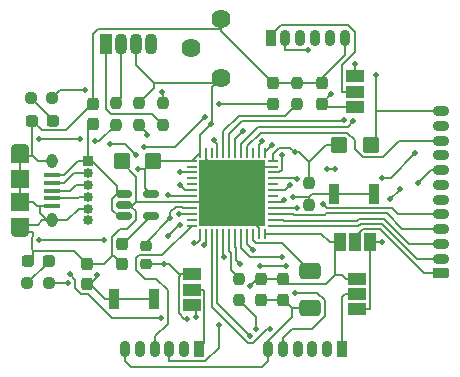
<source format=gtl>
G04 #@! TF.GenerationSoftware,KiCad,Pcbnew,8.0.5*
G04 #@! TF.CreationDate,2024-09-28T14:46:52+05:30*
G04 #@! TF.ProjectId,MKM01V10,4d4b4d30-3156-4313-902e-6b696361645f,1.0*
G04 #@! TF.SameCoordinates,Original*
G04 #@! TF.FileFunction,Copper,L1,Top*
G04 #@! TF.FilePolarity,Positive*
%FSLAX46Y46*%
G04 Gerber Fmt 4.6, Leading zero omitted, Abs format (unit mm)*
G04 Created by KiCad (PCBNEW 8.0.5) date 2024-09-28 14:46:52*
%MOMM*%
%LPD*%
G01*
G04 APERTURE LIST*
G04 Aperture macros list*
%AMRoundRect*
0 Rectangle with rounded corners*
0 $1 Rounding radius*
0 $2 $3 $4 $5 $6 $7 $8 $9 X,Y pos of 4 corners*
0 Add a 4 corners polygon primitive as box body*
4,1,4,$2,$3,$4,$5,$6,$7,$8,$9,$2,$3,0*
0 Add four circle primitives for the rounded corners*
1,1,$1+$1,$2,$3*
1,1,$1+$1,$4,$5*
1,1,$1+$1,$6,$7*
1,1,$1+$1,$8,$9*
0 Add four rect primitives between the rounded corners*
20,1,$1+$1,$2,$3,$4,$5,0*
20,1,$1+$1,$4,$5,$6,$7,0*
20,1,$1+$1,$6,$7,$8,$9,0*
20,1,$1+$1,$8,$9,$2,$3,0*%
G04 Aperture macros list end*
G04 #@! TA.AperFunction,ComponentPad*
%ADD10R,0.850000X0.850000*%
G04 #@! TD*
G04 #@! TA.AperFunction,ComponentPad*
%ADD11O,0.850000X0.850000*%
G04 #@! TD*
G04 #@! TA.AperFunction,SMDPad,CuDef*
%ADD12R,1.500000X1.000000*%
G04 #@! TD*
G04 #@! TA.AperFunction,SMDPad,CuDef*
%ADD13RoundRect,0.237500X0.237500X-0.300000X0.237500X0.300000X-0.237500X0.300000X-0.237500X-0.300000X0*%
G04 #@! TD*
G04 #@! TA.AperFunction,SMDPad,CuDef*
%ADD14RoundRect,0.237500X-0.237500X0.250000X-0.237500X-0.250000X0.237500X-0.250000X0.237500X0.250000X0*%
G04 #@! TD*
G04 #@! TA.AperFunction,SMDPad,CuDef*
%ADD15RoundRect,0.062500X-0.375000X-0.062500X0.375000X-0.062500X0.375000X0.062500X-0.375000X0.062500X0*%
G04 #@! TD*
G04 #@! TA.AperFunction,SMDPad,CuDef*
%ADD16RoundRect,0.062500X-0.062500X-0.375000X0.062500X-0.375000X0.062500X0.375000X-0.062500X0.375000X0*%
G04 #@! TD*
G04 #@! TA.AperFunction,SMDPad,CuDef*
%ADD17R,5.600000X5.600000*%
G04 #@! TD*
G04 #@! TA.AperFunction,SMDPad,CuDef*
%ADD18RoundRect,0.237500X-0.237500X0.300000X-0.237500X-0.300000X0.237500X-0.300000X0.237500X0.300000X0*%
G04 #@! TD*
G04 #@! TA.AperFunction,SMDPad,CuDef*
%ADD19RoundRect,0.250000X-0.650000X0.412500X-0.650000X-0.412500X0.650000X-0.412500X0.650000X0.412500X0*%
G04 #@! TD*
G04 #@! TA.AperFunction,SMDPad,CuDef*
%ADD20RoundRect,0.237500X-0.287500X-0.237500X0.287500X-0.237500X0.287500X0.237500X-0.287500X0.237500X0*%
G04 #@! TD*
G04 #@! TA.AperFunction,SMDPad,CuDef*
%ADD21RoundRect,0.237500X0.237500X-0.250000X0.237500X0.250000X-0.237500X0.250000X-0.237500X-0.250000X0*%
G04 #@! TD*
G04 #@! TA.AperFunction,SMDPad,CuDef*
%ADD22R,1.000000X1.500000*%
G04 #@! TD*
G04 #@! TA.AperFunction,SMDPad,CuDef*
%ADD23RoundRect,0.218750X0.256250X-0.218750X0.256250X0.218750X-0.256250X0.218750X-0.256250X-0.218750X0*%
G04 #@! TD*
G04 #@! TA.AperFunction,SMDPad,CuDef*
%ADD24RoundRect,0.237500X-0.250000X-0.237500X0.250000X-0.237500X0.250000X0.237500X-0.250000X0.237500X0*%
G04 #@! TD*
G04 #@! TA.AperFunction,ComponentPad*
%ADD25RoundRect,0.225000X0.225000X0.475000X-0.225000X0.475000X-0.225000X-0.475000X0.225000X-0.475000X0*%
G04 #@! TD*
G04 #@! TA.AperFunction,ComponentPad*
%ADD26O,0.900000X1.400000*%
G04 #@! TD*
G04 #@! TA.AperFunction,SMDPad,CuDef*
%ADD27R,0.900000X1.700000*%
G04 #@! TD*
G04 #@! TA.AperFunction,SMDPad,CuDef*
%ADD28R,1.350000X0.400000*%
G04 #@! TD*
G04 #@! TA.AperFunction,ComponentPad*
%ADD29O,1.550000X0.890000*%
G04 #@! TD*
G04 #@! TA.AperFunction,SMDPad,CuDef*
%ADD30R,1.550000X1.200000*%
G04 #@! TD*
G04 #@! TA.AperFunction,ComponentPad*
%ADD31O,0.950000X1.250000*%
G04 #@! TD*
G04 #@! TA.AperFunction,SMDPad,CuDef*
%ADD32R,1.550000X1.500000*%
G04 #@! TD*
G04 #@! TA.AperFunction,ComponentPad*
%ADD33RoundRect,0.225000X-0.225000X-0.475000X0.225000X-0.475000X0.225000X0.475000X-0.225000X0.475000X0*%
G04 #@! TD*
G04 #@! TA.AperFunction,ComponentPad*
%ADD34R,1.070000X1.800000*%
G04 #@! TD*
G04 #@! TA.AperFunction,ComponentPad*
%ADD35O,1.070000X1.800000*%
G04 #@! TD*
G04 #@! TA.AperFunction,SMDPad,CuDef*
%ADD36RoundRect,0.250000X-0.450000X-0.425000X0.450000X-0.425000X0.450000X0.425000X-0.450000X0.425000X0*%
G04 #@! TD*
G04 #@! TA.AperFunction,SMDPad,CuDef*
%ADD37RoundRect,0.250000X0.450000X0.425000X-0.450000X0.425000X-0.450000X-0.425000X0.450000X-0.425000X0*%
G04 #@! TD*
G04 #@! TA.AperFunction,SMDPad,CuDef*
%ADD38RoundRect,0.150000X-0.512500X-0.150000X0.512500X-0.150000X0.512500X0.150000X-0.512500X0.150000X0*%
G04 #@! TD*
G04 #@! TA.AperFunction,ComponentPad*
%ADD39RoundRect,0.225000X0.475000X-0.225000X0.475000X0.225000X-0.475000X0.225000X-0.475000X-0.225000X0*%
G04 #@! TD*
G04 #@! TA.AperFunction,ComponentPad*
%ADD40O,1.400000X0.900000*%
G04 #@! TD*
G04 #@! TA.AperFunction,ComponentPad*
%ADD41C,1.620000*%
G04 #@! TD*
G04 #@! TA.AperFunction,ViaPad*
%ADD42C,0.500000*%
G04 #@! TD*
G04 #@! TA.AperFunction,Conductor*
%ADD43C,0.180000*%
G04 #@! TD*
G04 APERTURE END LIST*
D10*
X51308000Y-43982000D03*
D11*
X51308000Y-44982000D03*
X51308000Y-45982000D03*
X51308000Y-46982000D03*
X51308000Y-47982000D03*
X51308000Y-48982000D03*
D12*
X74117200Y-53919600D03*
X74117200Y-55219600D03*
X74117200Y-56519600D03*
D13*
X51689000Y-40844000D03*
X51689000Y-39119000D03*
D14*
X57632600Y-39069000D03*
X57632600Y-40894000D03*
D15*
X60079400Y-43915200D03*
X60079400Y-44415200D03*
X60079400Y-44915200D03*
X60079400Y-45415200D03*
X60079400Y-45915200D03*
X60079400Y-46415200D03*
X60079400Y-46915200D03*
X60079400Y-47415200D03*
X60079400Y-47915200D03*
X60079400Y-48415200D03*
X60079400Y-48915200D03*
X60079400Y-49415200D03*
D16*
X60766900Y-50102700D03*
X61266900Y-50102700D03*
X61766900Y-50102700D03*
X62266900Y-50102700D03*
X62766900Y-50102700D03*
X63266900Y-50102700D03*
X63766900Y-50102700D03*
X64266900Y-50102700D03*
X64766900Y-50102700D03*
X65266900Y-50102700D03*
X65766900Y-50102700D03*
X66266900Y-50102700D03*
D15*
X66954400Y-49415200D03*
X66954400Y-48915200D03*
X66954400Y-48415200D03*
X66954400Y-47915200D03*
X66954400Y-47415200D03*
X66954400Y-46915200D03*
X66954400Y-46415200D03*
X66954400Y-45915200D03*
X66954400Y-45415200D03*
X66954400Y-44915200D03*
X66954400Y-44415200D03*
X66954400Y-43915200D03*
D16*
X66266900Y-43227700D03*
X65766900Y-43227700D03*
X65266900Y-43227700D03*
X64766900Y-43227700D03*
X64266900Y-43227700D03*
X63766900Y-43227700D03*
X63266900Y-43227700D03*
X62766900Y-43227700D03*
X62266900Y-43227700D03*
X61766900Y-43227700D03*
X61266900Y-43227700D03*
X60766900Y-43227700D03*
D17*
X63516900Y-46665200D03*
D14*
X69017400Y-37314500D03*
X69017400Y-39139500D03*
D18*
X54152800Y-50954700D03*
X54152800Y-52679700D03*
D12*
X60071000Y-53534000D03*
X60071000Y-54834000D03*
X60071000Y-56134000D03*
D19*
X70104000Y-53301500D03*
X70104000Y-56426500D03*
D18*
X67825900Y-53950700D03*
X67825900Y-55675700D03*
D20*
X46267400Y-52374800D03*
X48017400Y-52374800D03*
D21*
X70002400Y-47663300D03*
X70002400Y-45838300D03*
D22*
X72614000Y-50802400D03*
X73914000Y-50802400D03*
X75214000Y-50802400D03*
D14*
X64109600Y-53900700D03*
X64109600Y-55725700D03*
D23*
X56184800Y-52705200D03*
X56184800Y-51130200D03*
D24*
X46463300Y-38608000D03*
X48288300Y-38608000D03*
D25*
X72798000Y-59842400D03*
D26*
X71548000Y-59842400D03*
X70298000Y-59842400D03*
X69048000Y-59842400D03*
X67798000Y-59842400D03*
X66548000Y-59842400D03*
D27*
X72163200Y-46700000D03*
X75563200Y-46700000D03*
D12*
X73914000Y-39370000D03*
X73914000Y-38070000D03*
X73914000Y-36770000D03*
D18*
X65967700Y-53950700D03*
X65967700Y-55675700D03*
D28*
X48260000Y-45152000D03*
X48260000Y-45802000D03*
X48260000Y-46452000D03*
X48260000Y-47102000D03*
X48260000Y-47752000D03*
D29*
X45560000Y-42952000D03*
D30*
X45560000Y-43552000D03*
D31*
X48260000Y-43952000D03*
D32*
X45560000Y-45452000D03*
X45560000Y-47452000D03*
D31*
X48260000Y-48952000D03*
D30*
X45560000Y-49352000D03*
D29*
X45560000Y-49952000D03*
D21*
X55651400Y-40894000D03*
X55651400Y-39069000D03*
D33*
X66775000Y-33528000D03*
D26*
X68025000Y-33528000D03*
X69275000Y-33528000D03*
X70525000Y-33528000D03*
X71775000Y-33528000D03*
X73025000Y-33528000D03*
D34*
X52832000Y-34036000D03*
D35*
X54102000Y-34036000D03*
X55372000Y-34036000D03*
X56642000Y-34036000D03*
D36*
X72564000Y-42570400D03*
X75264000Y-42570400D03*
D37*
X56845200Y-43916600D03*
X54145200Y-43916600D03*
D38*
X54334000Y-46741000D03*
X54334000Y-47691000D03*
X54334000Y-48641000D03*
X56609000Y-48641000D03*
X56609000Y-46741000D03*
D13*
X66929000Y-39089500D03*
X66929000Y-37364500D03*
X51257200Y-54354900D03*
X51257200Y-52629900D03*
D21*
X53670200Y-40894000D03*
X53670200Y-39069000D03*
D27*
X53519600Y-55626000D03*
X56919600Y-55626000D03*
D39*
X81178400Y-53467000D03*
D40*
X81178400Y-52217000D03*
X81178400Y-50967000D03*
X81178400Y-49717000D03*
X81178400Y-48467000D03*
X81178400Y-47217000D03*
X81178400Y-45967000D03*
X81178400Y-44717000D03*
X81178400Y-43467000D03*
X81178400Y-42217000D03*
X81178400Y-40967000D03*
X81178400Y-39717000D03*
D20*
X46560800Y-40538400D03*
X48310800Y-40538400D03*
D25*
X60706000Y-59842400D03*
D26*
X59456000Y-59842400D03*
X58206000Y-59842400D03*
X56956000Y-59842400D03*
X55706000Y-59842400D03*
X54456000Y-59842400D03*
D13*
X71105900Y-39089500D03*
X71105900Y-37364500D03*
D24*
X46169900Y-54305200D03*
X47994900Y-54305200D03*
D41*
X62560200Y-36906200D03*
X60060200Y-34406200D03*
X62560200Y-31906200D03*
D42*
X58291800Y-48750700D03*
X56087500Y-42724100D03*
X61172400Y-40233200D03*
X62407400Y-39089500D03*
X65316600Y-51489800D03*
X55365700Y-43424100D03*
X53184200Y-42526900D03*
X57584500Y-38073800D03*
X51918200Y-42292700D03*
X49778400Y-53519500D03*
X57459200Y-57197900D03*
X64159900Y-52653400D03*
X65526700Y-58166500D03*
X68084400Y-52840400D03*
X65878900Y-52840400D03*
X61162200Y-51060100D03*
X64401000Y-41425000D03*
X66067000Y-42277400D03*
X68687500Y-46975100D03*
X59016100Y-48411700D03*
X79276200Y-45771200D03*
X59123800Y-45987700D03*
X59124700Y-44915200D03*
X68962300Y-45473900D03*
X71210900Y-47554900D03*
X68976800Y-47915200D03*
X68841900Y-55091600D03*
X62811700Y-52064300D03*
X65051000Y-58773800D03*
X66735000Y-58192500D03*
X76885800Y-47189000D03*
X77707900Y-46281300D03*
X71507700Y-44640500D03*
X72261200Y-44640500D03*
X67747100Y-52090100D03*
X73754900Y-40598800D03*
X50647200Y-42091100D03*
X47167000Y-42091100D03*
X47167000Y-50677200D03*
X52677500Y-50677200D03*
X58072200Y-50325300D03*
X59130900Y-49397400D03*
X67896200Y-47246500D03*
X61937900Y-42206000D03*
X69898500Y-34569700D03*
X72976000Y-40464400D03*
X60259300Y-50847700D03*
X68423900Y-46000700D03*
X62367200Y-57828200D03*
X67745700Y-43464800D03*
X66871900Y-42566700D03*
X56332600Y-41785100D03*
X52074700Y-53573300D03*
X58110200Y-46785900D03*
X51083900Y-37959300D03*
X71910300Y-38285100D03*
X59722600Y-57287000D03*
X64986000Y-54564700D03*
X61746000Y-40806900D03*
X68807200Y-43226100D03*
X55545900Y-44619700D03*
X57753400Y-52703600D03*
X75669500Y-36658300D03*
X76235200Y-50802400D03*
X49650200Y-54284900D03*
X60474400Y-57151400D03*
X76205200Y-45345500D03*
X78996300Y-43277200D03*
X73936700Y-35765400D03*
D43*
X60766900Y-50621013D02*
X60766900Y-50102700D01*
X60540213Y-50847700D02*
X60766900Y-50621013D01*
X60259300Y-50847700D02*
X60540213Y-50847700D01*
X68541150Y-58156850D02*
X67798000Y-58900000D01*
X70276850Y-58156850D02*
X68541150Y-58156850D01*
X71346700Y-55752700D02*
X71346700Y-57087000D01*
X71346700Y-57087000D02*
X70276850Y-58156850D01*
X70685600Y-55091600D02*
X71346700Y-55752700D01*
X67798000Y-58900000D02*
X67798000Y-59842400D01*
X68841900Y-55091600D02*
X70685600Y-55091600D01*
X68576700Y-57187700D02*
X66548000Y-59216400D01*
X68576700Y-56426500D02*
X68576700Y-57187700D01*
X66548000Y-59216400D02*
X66548000Y-59842400D01*
X55372000Y-35813800D02*
X56936500Y-37378300D01*
X55372000Y-34036000D02*
X55372000Y-35813800D01*
X80330400Y-44717000D02*
X81178400Y-44717000D01*
X79276200Y-45771200D02*
X80330400Y-44717000D01*
X67699700Y-50897200D02*
X70104000Y-53301500D01*
X65506700Y-50897200D02*
X67699700Y-50897200D01*
X65266900Y-50657400D02*
X65506700Y-50897200D01*
X65266900Y-50102700D02*
X65266900Y-50657400D01*
X66929000Y-39089500D02*
X62407400Y-39089500D01*
X58681500Y-42724100D02*
X61172400Y-40233200D01*
X56087500Y-42724100D02*
X58681500Y-42724100D01*
X58291800Y-48299100D02*
X58291800Y-48750700D01*
X58771000Y-47819900D02*
X58291800Y-48299100D01*
X59261300Y-47819900D02*
X58771000Y-47819900D01*
X59356600Y-47915200D02*
X59261300Y-47819900D01*
X60079400Y-47915200D02*
X59356600Y-47915200D01*
X56184800Y-50857700D02*
X58291800Y-48750700D01*
X56184800Y-51130200D02*
X56184800Y-50857700D01*
X54295300Y-50954700D02*
X56609000Y-48641000D01*
X54152800Y-50954700D02*
X54295300Y-50954700D01*
X57632600Y-38121900D02*
X57584500Y-38073800D01*
X57632600Y-39069000D02*
X57632600Y-38121900D01*
X54468500Y-42526900D02*
X53184200Y-42526900D01*
X55365700Y-43424100D02*
X54468500Y-42526900D01*
X64766900Y-50940100D02*
X65316600Y-51489800D01*
X64766900Y-50102700D02*
X64766900Y-50940100D01*
X52271500Y-42292700D02*
X51918200Y-42292700D01*
X53670200Y-40894000D02*
X52271500Y-42292700D01*
X50242000Y-53983100D02*
X49778400Y-53519500D01*
X50242000Y-54732400D02*
X50242000Y-53983100D01*
X50744600Y-55235000D02*
X50242000Y-54732400D01*
X51345400Y-55235000D02*
X50744600Y-55235000D01*
X53308300Y-57197900D02*
X51345400Y-55235000D01*
X57459200Y-57197900D02*
X53308300Y-57197900D01*
X63835200Y-52328700D02*
X64159900Y-52653400D01*
X63835200Y-51335200D02*
X63835200Y-52328700D01*
X63766900Y-51266900D02*
X63835200Y-51335200D01*
X63766900Y-50102700D02*
X63766900Y-51266900D01*
X65526700Y-57142800D02*
X65526700Y-58166500D01*
X64109600Y-55725700D02*
X65526700Y-57142800D01*
X54102000Y-38637200D02*
X53670200Y-39069000D01*
X54102000Y-34036000D02*
X54102000Y-38637200D01*
X52832000Y-39553600D02*
X52832000Y-34036000D01*
X53259700Y-39981300D02*
X52832000Y-39553600D01*
X56719900Y-39981300D02*
X53259700Y-39981300D01*
X57632600Y-40894000D02*
X56719900Y-39981300D01*
X63403500Y-53194600D02*
X64109600Y-53900700D01*
X63403500Y-51738400D02*
X63403500Y-53194600D01*
X63266900Y-51601800D02*
X63403500Y-51738400D01*
X63266900Y-50102700D02*
X63266900Y-51601800D01*
X48017400Y-52457700D02*
X48017400Y-52374800D01*
X46169900Y-54305200D02*
X48017400Y-52457700D01*
X48310800Y-40455500D02*
X48310800Y-40538400D01*
X46463300Y-38608000D02*
X48310800Y-40455500D01*
X62766900Y-41440400D02*
X62766900Y-43227700D01*
X64076200Y-40131100D02*
X62766900Y-41440400D01*
X68025800Y-40131100D02*
X64076200Y-40131100D01*
X69017400Y-39139500D02*
X68025800Y-40131100D01*
X61266900Y-50955400D02*
X61162200Y-51060100D01*
X61266900Y-50102700D02*
X61266900Y-50955400D01*
X68084400Y-52840400D02*
X65878900Y-52840400D01*
X81178400Y-42217000D02*
X80136700Y-42217000D01*
X64766900Y-42713700D02*
X64766900Y-43227700D01*
X65940500Y-41540100D02*
X64766900Y-42713700D01*
X73261300Y-41540100D02*
X65940500Y-41540100D01*
X73914000Y-42192800D02*
X73261300Y-41540100D01*
X73914000Y-42941900D02*
X73914000Y-42192800D01*
X74567000Y-43594900D02*
X73914000Y-42941900D01*
X76265800Y-43594900D02*
X74567000Y-43594900D01*
X77643700Y-42217000D02*
X76265800Y-43594900D01*
X80136700Y-42217000D02*
X77643700Y-42217000D01*
X63766900Y-42059100D02*
X64401000Y-41425000D01*
X63766900Y-43227700D02*
X63766900Y-42059100D01*
X65766900Y-42577500D02*
X66067000Y-42277400D01*
X65766900Y-43227700D02*
X65766900Y-42577500D01*
X72163200Y-46700000D02*
X71371500Y-46700000D01*
X72163200Y-46700000D02*
X75563200Y-46700000D01*
X70002400Y-46975100D02*
X70002400Y-47663300D01*
X70277500Y-46700000D02*
X70002400Y-46975100D01*
X71371500Y-46700000D02*
X70277500Y-46700000D01*
X60075900Y-48411700D02*
X59016100Y-48411700D01*
X60079400Y-48415200D02*
X60075900Y-48411700D01*
X70002400Y-46975100D02*
X68687500Y-46975100D01*
X59551300Y-46415200D02*
X59123800Y-45987700D01*
X60079400Y-46415200D02*
X59551300Y-46415200D01*
X60079400Y-44915200D02*
X59124700Y-44915200D01*
X66960600Y-45409000D02*
X66954400Y-45415200D01*
X68897400Y-45409000D02*
X66960600Y-45409000D01*
X68962300Y-45473900D02*
X68897400Y-45409000D01*
X66954400Y-47915200D02*
X68976800Y-47915200D01*
X71574600Y-47918600D02*
X71210900Y-47554900D01*
X77046400Y-47918600D02*
X71574600Y-47918600D01*
X77594800Y-48467000D02*
X77046400Y-47918600D01*
X81178400Y-48467000D02*
X77594800Y-48467000D01*
X77930100Y-49717000D02*
X81178400Y-49717000D01*
X76600900Y-48387800D02*
X77930100Y-49717000D01*
X71498200Y-48387800D02*
X76600900Y-48387800D01*
X71353600Y-48532400D02*
X71498200Y-48387800D01*
X68754800Y-48532400D02*
X71353600Y-48532400D01*
X68637600Y-48415200D02*
X68754800Y-48532400D01*
X66954400Y-48415200D02*
X68637600Y-48415200D01*
X78500600Y-50967000D02*
X81178400Y-50967000D01*
X76380900Y-48847300D02*
X78500600Y-50967000D01*
X74214700Y-48847300D02*
X76380900Y-48847300D01*
X74047000Y-49015000D02*
X74214700Y-48847300D01*
X67934800Y-49015000D02*
X74047000Y-49015000D01*
X67835000Y-48915200D02*
X67934800Y-49015000D01*
X66954400Y-48915200D02*
X67835000Y-48915200D01*
X67014300Y-49475100D02*
X66954400Y-49415200D01*
X74197500Y-49475100D02*
X67014300Y-49475100D01*
X74393600Y-49279000D02*
X74197500Y-49475100D01*
X76202000Y-49279000D02*
X74393600Y-49279000D01*
X79140000Y-52217000D02*
X76202000Y-49279000D01*
X81178400Y-52217000D02*
X79140000Y-52217000D01*
X73914000Y-50369200D02*
X73914000Y-50802400D01*
X74572500Y-49710700D02*
X73914000Y-50369200D01*
X76023100Y-49710700D02*
X74572500Y-49710700D01*
X79779400Y-53467000D02*
X76023100Y-49710700D01*
X81178400Y-53467000D02*
X79779400Y-53467000D01*
X62766900Y-52019500D02*
X62811700Y-52064300D01*
X62766900Y-50102700D02*
X62766900Y-52019500D01*
X62220000Y-55942800D02*
X65051000Y-58773800D01*
X62220000Y-51819200D02*
X62220000Y-55942800D01*
X62266900Y-51772300D02*
X62220000Y-51819200D01*
X62266900Y-50102700D02*
X62266900Y-51772300D01*
X66501000Y-58192500D02*
X66735000Y-58192500D01*
X65312100Y-59381400D02*
X66501000Y-58192500D01*
X64821800Y-59381400D02*
X65312100Y-59381400D01*
X61766900Y-56326500D02*
X64821800Y-59381400D01*
X61766900Y-50102700D02*
X61766900Y-56326500D01*
X77707900Y-46366900D02*
X76885800Y-47189000D01*
X77707900Y-46281300D02*
X77707900Y-46366900D01*
X65041600Y-52090100D02*
X67747100Y-52090100D01*
X64266900Y-51315400D02*
X65041600Y-52090100D01*
X64266900Y-50102700D02*
X64266900Y-51315400D01*
X71507700Y-44640500D02*
X72261200Y-44640500D01*
X72798000Y-55447100D02*
X73025500Y-55219600D01*
X72798000Y-59842400D02*
X72798000Y-55447100D01*
X74117200Y-55219600D02*
X73025500Y-55219600D01*
X73283200Y-41070500D02*
X73754900Y-40598800D01*
X65739900Y-41070500D02*
X73283200Y-41070500D01*
X64266900Y-42543500D02*
X65739900Y-41070500D01*
X64266900Y-43227700D02*
X64266900Y-42543500D01*
X67727500Y-47415200D02*
X66954400Y-47415200D01*
X67896200Y-47246500D02*
X67727500Y-47415200D01*
X47167000Y-50677200D02*
X52677500Y-50677200D01*
X50647200Y-42091100D02*
X47167000Y-42091100D01*
X59000100Y-49397400D02*
X59130900Y-49397400D01*
X58072200Y-50325300D02*
X59000100Y-49397400D01*
X62266900Y-42535000D02*
X61937900Y-42206000D01*
X62266900Y-43227700D02*
X62266900Y-42535000D01*
X68025000Y-33528000D02*
X68025000Y-34569700D01*
X68025000Y-34569700D02*
X69898500Y-34569700D01*
X72877600Y-40562800D02*
X72976000Y-40464400D01*
X64360400Y-40562800D02*
X72877600Y-40562800D01*
X63266900Y-41656300D02*
X64360400Y-40562800D01*
X63266900Y-43227700D02*
X63266900Y-41656300D01*
X73914000Y-38070000D02*
X72822300Y-38070000D01*
X72822300Y-35795500D02*
X72822300Y-38070000D01*
X73883500Y-34734300D02*
X72822300Y-35795500D01*
X73883500Y-32999600D02*
X73883500Y-34734300D01*
X73334000Y-32450100D02*
X73883500Y-32999600D01*
X67615300Y-32450100D02*
X73334000Y-32450100D01*
X66775000Y-33290400D02*
X67615300Y-32450100D01*
X66775000Y-33528000D02*
X66775000Y-33290400D01*
X56956000Y-59842400D02*
X56956000Y-58800700D01*
X57576800Y-51917800D02*
X60079400Y-49415200D01*
X55596500Y-51917800D02*
X57576800Y-51917800D01*
X55346200Y-52168100D02*
X55596500Y-51917800D01*
X55346200Y-53136700D02*
X55346200Y-52168100D01*
X56141100Y-53931600D02*
X55346200Y-53136700D01*
X57079600Y-53931600D02*
X56141100Y-53931600D01*
X58050900Y-54902900D02*
X57079600Y-53931600D01*
X58050900Y-57705800D02*
X58050900Y-54902900D01*
X56956000Y-58800700D02*
X58050900Y-57705800D01*
X58239800Y-60917900D02*
X58206000Y-60884100D01*
X61247500Y-60917900D02*
X58239800Y-60917900D01*
X62367200Y-59798200D02*
X61247500Y-60917900D01*
X62367200Y-57828200D02*
X62367200Y-59798200D01*
X58206000Y-59842400D02*
X58206000Y-60884100D01*
X68009400Y-46415200D02*
X68423900Y-46000700D01*
X66954400Y-46415200D02*
X68009400Y-46415200D01*
X60071000Y-54834000D02*
X61162700Y-54834000D01*
X61162700Y-59385700D02*
X60706000Y-59842400D01*
X61162700Y-54834000D02*
X61162700Y-59385700D01*
X50266700Y-45982000D02*
X51308000Y-45982000D01*
X49796700Y-46452000D02*
X50266700Y-45982000D01*
X48260000Y-46452000D02*
X49796700Y-46452000D01*
X67745700Y-44684800D02*
X67745700Y-43464800D01*
X67515300Y-44915200D02*
X67745700Y-44684800D01*
X66954400Y-44915200D02*
X67515300Y-44915200D01*
X50096700Y-44982000D02*
X51308000Y-44982000D01*
X49276700Y-45802000D02*
X50096700Y-44982000D01*
X48260000Y-45802000D02*
X49276700Y-45802000D01*
X50421300Y-47102000D02*
X50541300Y-46982000D01*
X48260000Y-47102000D02*
X50421300Y-47102000D01*
X56919600Y-55626000D02*
X53519600Y-55626000D01*
X53519600Y-55626000D02*
X52727900Y-55626000D01*
X51196900Y-46982000D02*
X50541300Y-46982000D01*
X51196900Y-46982000D02*
X51308000Y-46982000D01*
X52727900Y-55626000D02*
X51456800Y-54354900D01*
X51456800Y-54354900D02*
X51257200Y-54354900D01*
X52074700Y-53737000D02*
X52074700Y-53573300D01*
X51456800Y-54354900D02*
X52074700Y-53737000D01*
X56332600Y-41575200D02*
X56332600Y-41785100D01*
X55651400Y-40894000D02*
X56332600Y-41575200D01*
X58239500Y-46915200D02*
X58110200Y-46785900D01*
X60079400Y-46915200D02*
X58239500Y-46915200D01*
X72614000Y-50802400D02*
X72193200Y-50802400D01*
X72193200Y-50802400D02*
X71772300Y-50802400D01*
X67825900Y-53950700D02*
X65967700Y-53950700D01*
X60766900Y-43227700D02*
X60079400Y-43915200D01*
X48937000Y-37959300D02*
X51083900Y-37959300D01*
X48288300Y-38608000D02*
X48937000Y-37959300D01*
X59525200Y-53534000D02*
X60071000Y-53534000D01*
X74117200Y-53919600D02*
X73133900Y-53919600D01*
X71386400Y-39370000D02*
X71105900Y-39089500D01*
X73914000Y-39370000D02*
X71386400Y-39370000D01*
X59366800Y-53534000D02*
X59423500Y-53534000D01*
X59525200Y-53534000D02*
X59423500Y-53534000D01*
X59366800Y-53534000D02*
X59173100Y-53534000D01*
X59173100Y-53534000D02*
X58979300Y-53534000D01*
X60766900Y-41786000D02*
X61746000Y-40806900D01*
X60766900Y-43227700D02*
X60766900Y-41786000D01*
X61796300Y-37670100D02*
X62560200Y-36906200D01*
X61796300Y-40756600D02*
X61796300Y-37670100D01*
X61746000Y-40806900D02*
X61796300Y-40756600D01*
X71105900Y-39089500D02*
X71910300Y-38285100D01*
X71448600Y-42570400D02*
X70002400Y-44016600D01*
X72564000Y-42570400D02*
X71448600Y-42570400D01*
X70002400Y-44016600D02*
X70002400Y-45838300D01*
X56846600Y-43915200D02*
X56845200Y-43916600D01*
X60079400Y-43915200D02*
X56846600Y-43915200D01*
X58150500Y-52705200D02*
X57753400Y-52705200D01*
X58979300Y-53534000D02*
X58150500Y-52705200D01*
X56184800Y-52705200D02*
X57753400Y-52705200D01*
X56142100Y-46274100D02*
X56609000Y-46741000D01*
X56142100Y-44619700D02*
X56142100Y-46274100D01*
X56845200Y-43916600D02*
X56142100Y-44619700D01*
X56936500Y-37783900D02*
X55651400Y-39069000D01*
X56936500Y-37378300D02*
X56936500Y-37783900D01*
X62088100Y-37378300D02*
X62560200Y-36906200D01*
X56936500Y-37378300D02*
X62088100Y-37378300D01*
X59442800Y-57287000D02*
X59722600Y-57287000D01*
X58979300Y-56823500D02*
X59442800Y-57287000D01*
X58979300Y-53727800D02*
X58979300Y-56823500D01*
X59173100Y-53534000D02*
X58979300Y-53727800D01*
X72193200Y-53614600D02*
X72193200Y-50802400D01*
X72828900Y-53614600D02*
X72193200Y-53614600D01*
X73133900Y-53919600D02*
X72828900Y-53614600D01*
X68226900Y-54351700D02*
X67825900Y-53950700D01*
X71456100Y-54351700D02*
X68226900Y-54351700D01*
X72193200Y-53614600D02*
X71456100Y-54351700D01*
X56142100Y-44619700D02*
X55545900Y-44619700D01*
X69211900Y-43226100D02*
X68807200Y-43226100D01*
X70002400Y-44016600D02*
X69211900Y-43226100D01*
X66954400Y-43368900D02*
X66954400Y-43915200D01*
X67500500Y-42822800D02*
X66954400Y-43368900D01*
X68403900Y-42822800D02*
X67500500Y-42822800D01*
X68807200Y-43226100D02*
X68403900Y-42822800D01*
X71072600Y-50102700D02*
X66266900Y-50102700D01*
X71772300Y-50802400D02*
X71072600Y-50102700D01*
X65600000Y-53950700D02*
X64986000Y-54564700D01*
X65967700Y-53950700D02*
X65600000Y-53950700D01*
X57753400Y-52705200D02*
X57753400Y-52703600D01*
X45560000Y-49952000D02*
X45560000Y-49352000D01*
X47043300Y-49352000D02*
X47443300Y-48952000D01*
X45560000Y-49352000D02*
X47043300Y-49352000D01*
X47860000Y-48952000D02*
X47443300Y-48952000D01*
X47243300Y-48335300D02*
X47243300Y-47752000D01*
X47860000Y-48952000D02*
X47243300Y-48335300D01*
X48260000Y-47752000D02*
X47243300Y-47752000D01*
X46976700Y-47752000D02*
X47243300Y-47752000D01*
X46676700Y-47452000D02*
X46976700Y-47752000D01*
X45560000Y-47452000D02*
X46676700Y-47452000D01*
X47076700Y-43952000D02*
X46676700Y-43552000D01*
X48260000Y-43952000D02*
X47076700Y-43952000D01*
X45560000Y-43552000D02*
X46118400Y-43552000D01*
X45560000Y-42993600D02*
X45560000Y-42952000D01*
X46118400Y-43552000D02*
X45560000Y-42993600D01*
X45560000Y-43552000D02*
X45560000Y-45452000D01*
X45560000Y-45452000D02*
X45560000Y-47452000D01*
X48060000Y-48952000D02*
X47860000Y-48952000D01*
X48060000Y-48952000D02*
X48260000Y-48952000D01*
X51308000Y-47982000D02*
X50541300Y-47982000D01*
X46560800Y-40538400D02*
X46560800Y-43552000D01*
X46118400Y-43552000D02*
X46560800Y-43552000D01*
X46560800Y-43552000D02*
X46676700Y-43552000D01*
X45560000Y-49952000D02*
X46676700Y-49952000D01*
X65967700Y-55675700D02*
X67825900Y-55675700D01*
X63516900Y-44415200D02*
X66954400Y-44415200D01*
X61943900Y-44415200D02*
X63516900Y-44415200D01*
X61266900Y-43738200D02*
X61943900Y-44415200D01*
X61266900Y-43227700D02*
X61266900Y-43738200D01*
X63516900Y-44415200D02*
X63516900Y-46665200D01*
X65766900Y-49592200D02*
X63178400Y-47003700D01*
X65766900Y-50102700D02*
X65766900Y-49592200D01*
X63516900Y-46665200D02*
X63178400Y-47003700D01*
X50157000Y-51529700D02*
X51257200Y-52629900D01*
X46676700Y-51529700D02*
X50157000Y-51529700D01*
X46676700Y-51965500D02*
X46676700Y-51529700D01*
X46267400Y-52374800D02*
X46676700Y-51965500D01*
X54456000Y-59842400D02*
X54456000Y-60884100D01*
X66548000Y-59935800D02*
X66548000Y-60884100D01*
X66548000Y-59935800D02*
X66548000Y-59842400D01*
X70104000Y-56426500D02*
X68576700Y-56426500D01*
X68576700Y-56426500D02*
X67825900Y-55675700D01*
X51689000Y-33235400D02*
X51689000Y-39119000D01*
X52130500Y-32793900D02*
X51689000Y-33235400D01*
X62560200Y-32793900D02*
X52130500Y-32793900D01*
X62560200Y-32793900D02*
X62560200Y-31906200D01*
X62766900Y-47415200D02*
X60079400Y-47415200D01*
X63178400Y-47003700D02*
X62766900Y-47415200D01*
X69067400Y-37364500D02*
X71105900Y-37364500D01*
X69017400Y-37314500D02*
X69067400Y-37364500D01*
X66929000Y-37314500D02*
X66929000Y-37364500D01*
X66929000Y-37314500D02*
X69017400Y-37314500D01*
X62560200Y-32945700D02*
X66929000Y-37314500D01*
X62560200Y-32793900D02*
X62560200Y-32945700D01*
X81178400Y-39717000D02*
X80136700Y-39717000D01*
X75669500Y-39717000D02*
X80136700Y-39717000D01*
X75669500Y-42164900D02*
X75669500Y-39717000D01*
X75264000Y-42570400D02*
X75669500Y-42164900D01*
X75669500Y-39717000D02*
X75669500Y-36658300D01*
X73025000Y-34971100D02*
X73025000Y-33528000D01*
X71105900Y-36890200D02*
X73025000Y-34971100D01*
X71105900Y-37364500D02*
X71105900Y-36890200D01*
X47378400Y-41356000D02*
X46560800Y-40538400D01*
X49431500Y-41356000D02*
X47378400Y-41356000D01*
X51668500Y-39119000D02*
X49431500Y-41356000D01*
X51689000Y-39119000D02*
X51668500Y-39119000D01*
X49571300Y-48952000D02*
X48260000Y-48952000D01*
X50541300Y-47982000D02*
X49571300Y-48952000D01*
X60052400Y-47388200D02*
X55361600Y-47388200D01*
X60079400Y-47415200D02*
X60052400Y-47388200D01*
X55361600Y-45279000D02*
X55361600Y-47388200D01*
X54145200Y-44062600D02*
X55361600Y-45279000D01*
X54145200Y-43916600D02*
X54145200Y-44062600D01*
X55361600Y-47388200D02*
X54949900Y-47799900D01*
X54841000Y-47691000D02*
X54949900Y-47799900D01*
X54334000Y-47691000D02*
X54841000Y-47691000D01*
X66047200Y-61384900D02*
X66548000Y-60884100D01*
X54956800Y-61384900D02*
X66047200Y-61384900D01*
X54456000Y-60884100D02*
X54956800Y-61384900D01*
X46575300Y-51428300D02*
X46676700Y-51529700D01*
X46575300Y-50432100D02*
X46575300Y-51428300D01*
X46676700Y-50330700D02*
X46575300Y-50432100D01*
X46676700Y-49952000D02*
X46676700Y-50330700D01*
X52700800Y-52629900D02*
X53335200Y-51995500D01*
X51257200Y-52629900D02*
X52700800Y-52629900D01*
X53468600Y-51995500D02*
X53335200Y-51995500D01*
X54152800Y-52679700D02*
X53468600Y-51995500D01*
X55359800Y-48209800D02*
X54949900Y-47799900D01*
X55359800Y-48975900D02*
X55359800Y-48209800D01*
X54628100Y-49707600D02*
X55359800Y-48975900D01*
X53982400Y-49707600D02*
X54628100Y-49707600D01*
X53335200Y-50354800D02*
X53982400Y-49707600D01*
X53335200Y-51995500D02*
X53335200Y-50354800D01*
X50446700Y-43982000D02*
X51308000Y-43982000D01*
X49276700Y-45152000D02*
X50446700Y-43982000D01*
X48260000Y-45152000D02*
X49276700Y-45152000D01*
X75208900Y-51899200D02*
X75214000Y-51894100D01*
X75208900Y-56519600D02*
X75208900Y-51899200D01*
X74117200Y-56519600D02*
X75208900Y-56519600D01*
X75214000Y-50802400D02*
X75214000Y-51894100D01*
X51308000Y-43982000D02*
X51308000Y-43598600D01*
X51308000Y-43598600D02*
X51308000Y-43215300D01*
X54334000Y-46741000D02*
X53790900Y-46741000D01*
X73914000Y-35788100D02*
X73936700Y-35765400D01*
X73914000Y-36770000D02*
X73914000Y-35788100D01*
X53327600Y-47204300D02*
X53790900Y-46741000D01*
X53327600Y-48056400D02*
X53327600Y-47204300D01*
X53912200Y-48641000D02*
X53327600Y-48056400D01*
X54334000Y-48641000D02*
X53912200Y-48641000D01*
X53790900Y-46081500D02*
X53790900Y-46741000D01*
X51308000Y-43598600D02*
X53790900Y-46081500D01*
X60474400Y-56537400D02*
X60474400Y-57151400D01*
X60071000Y-56134000D02*
X60474400Y-56537400D01*
X51308000Y-41225000D02*
X51308000Y-43215300D01*
X51689000Y-40844000D02*
X51308000Y-41225000D01*
X48015200Y-54284900D02*
X49650200Y-54284900D01*
X47994900Y-54305200D02*
X48015200Y-54284900D01*
X76235200Y-50802400D02*
X75214000Y-50802400D01*
X76928000Y-45345500D02*
X78996300Y-43277200D01*
X76205200Y-45345500D02*
X76928000Y-45345500D01*
X66266900Y-43227700D02*
X66266900Y-43171700D01*
X66266900Y-43171700D02*
X66871900Y-42566700D01*
M02*

</source>
